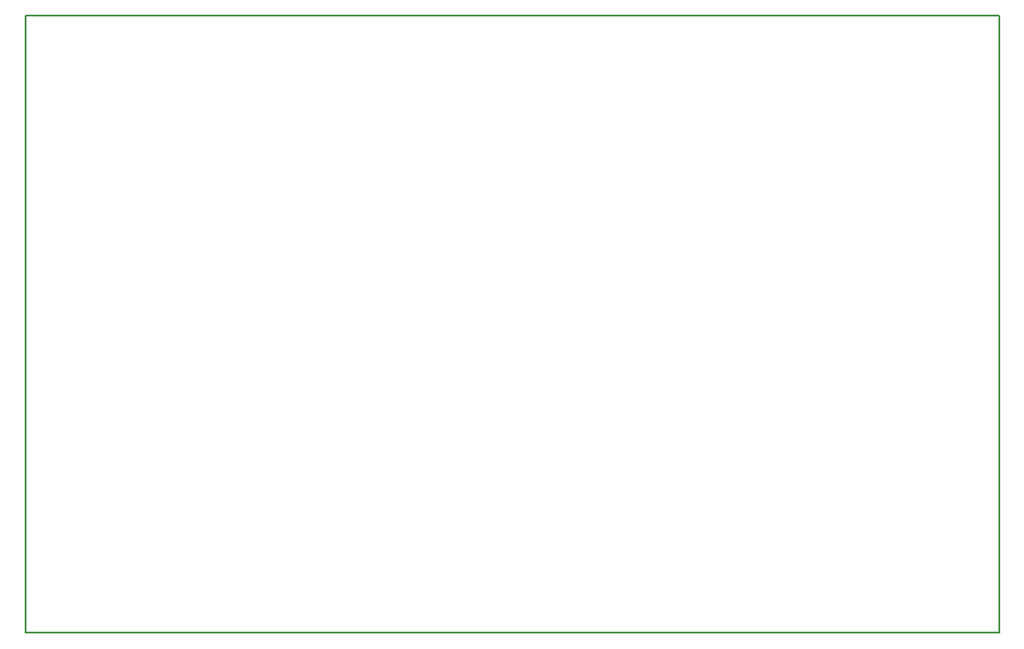
<source format=gbr>
G04 #@! TF.GenerationSoftware,KiCad,Pcbnew,5.0.0-fee4fd1~66~ubuntu18.04.1*
G04 #@! TF.CreationDate,2018-10-12T12:58:26-04:00*
G04 #@! TF.ProjectId,switcher,73776974636865722E6B696361645F70,rev?*
G04 #@! TF.SameCoordinates,Original*
G04 #@! TF.FileFunction,Profile,NP*
%FSLAX46Y46*%
G04 Gerber Fmt 4.6, Leading zero omitted, Abs format (unit mm)*
G04 Created by KiCad (PCBNEW 5.0.0-fee4fd1~66~ubuntu18.04.1) date Fri Oct 12 12:58:26 2018*
%MOMM*%
%LPD*%
G01*
G04 APERTURE LIST*
%ADD10C,0.150000*%
G04 APERTURE END LIST*
D10*
X15240000Y-97790000D02*
X15240000Y-64770000D01*
X105410000Y-97790000D02*
X15240000Y-97790000D01*
X105410000Y-40640000D02*
X105410000Y-97790000D01*
X15240000Y-40640000D02*
X105410000Y-40640000D01*
X15240000Y-64770000D02*
X15240000Y-40640000D01*
M02*

</source>
